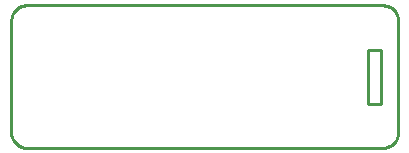
<source format=gbr>
G04 EAGLE Gerber RS-274X export*
G75*
%MOMM*%
%FSLAX34Y34*%
%LPD*%
%IN*%
%IPPOS*%
%AMOC8*
5,1,8,0,0,1.08239X$1,22.5*%
G01*
%ADD10C,0.254000*%


D10*
X-49530Y-47625D02*
X-49482Y-48732D01*
X-49337Y-49830D01*
X-49097Y-50912D01*
X-48764Y-51969D01*
X-48340Y-52992D01*
X-47829Y-53975D01*
X-47233Y-54909D01*
X-46559Y-55788D01*
X-45810Y-56605D01*
X-44993Y-57354D01*
X-44114Y-58028D01*
X-43180Y-58624D01*
X-42197Y-59135D01*
X-41174Y-59559D01*
X-40117Y-59892D01*
X-39035Y-60132D01*
X-37937Y-60277D01*
X-36830Y-60325D01*
X264755Y-60325D01*
X265932Y-60274D01*
X267099Y-60120D01*
X268249Y-59865D01*
X269372Y-59511D01*
X270460Y-59060D01*
X271505Y-58516D01*
X272498Y-57884D01*
X273433Y-57167D01*
X274301Y-56371D01*
X275097Y-55503D01*
X275814Y-54568D01*
X276446Y-53575D01*
X276990Y-52530D01*
X277441Y-51442D01*
X277795Y-50319D01*
X278050Y-49169D01*
X278204Y-48002D01*
X278255Y-46825D01*
X278255Y46824D01*
X278204Y48001D01*
X278050Y49169D01*
X277795Y50318D01*
X277441Y51442D01*
X276990Y52530D01*
X276446Y53575D01*
X275813Y54568D01*
X275096Y55502D01*
X274301Y56371D01*
X273432Y57166D01*
X272498Y57883D01*
X271505Y58516D01*
X270460Y59060D01*
X269372Y59511D01*
X268248Y59865D01*
X267099Y60120D01*
X265931Y60274D01*
X264754Y60325D01*
X-36530Y60325D01*
X-37651Y60289D01*
X-38764Y60156D01*
X-39861Y59926D01*
X-40934Y59601D01*
X-41975Y59184D01*
X-42975Y58678D01*
X-43928Y58087D01*
X-44825Y57415D01*
X-45660Y56667D01*
X-46427Y55850D01*
X-47120Y54968D01*
X-47733Y54030D01*
X-48263Y53042D01*
X-48704Y52011D01*
X-49053Y50946D01*
X-49309Y49854D01*
X-49468Y48744D01*
X-49530Y47625D01*
X-49530Y-47625D01*
X252095Y-22860D02*
X263525Y-22860D01*
X263525Y22860D01*
X252095Y22860D01*
X252095Y-22860D01*
M02*

</source>
